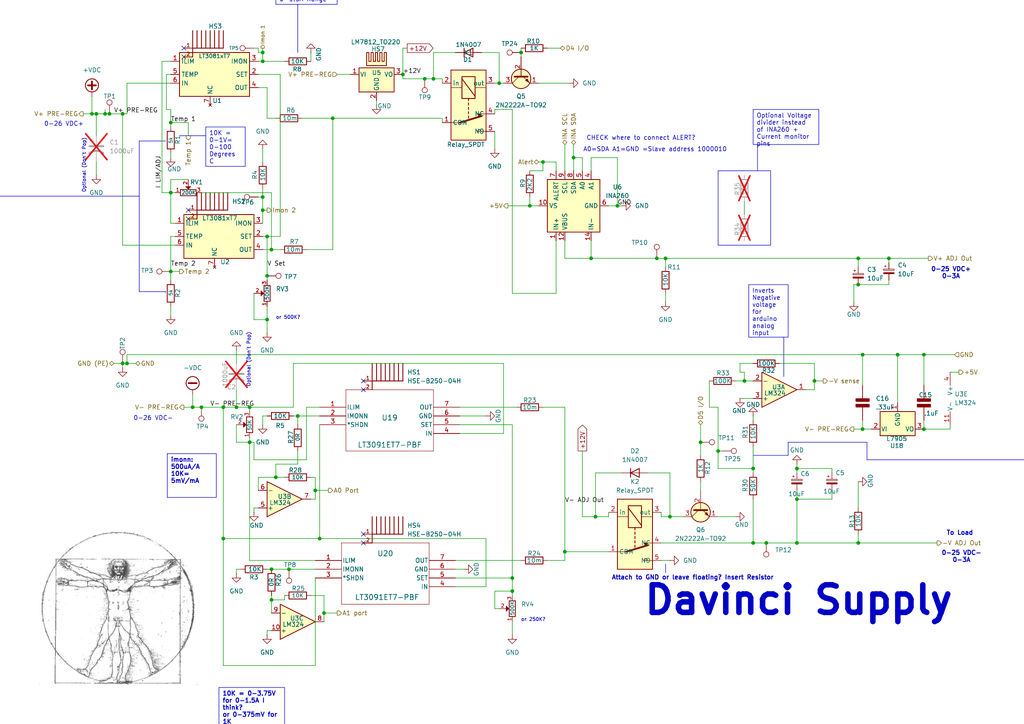
<source format=kicad_sch>
(kicad_sch (version 20250114) (generator "eeschema") (generator_version "9.0")
  (paper "A4")
  (title_block (title "Davinci Demon Supply") (date "2025-08-24") (rev "B") (company "Quantum Designs"))
  (lib_symbols
    (symbol "Amplifier_Operational:LM324" (pin_names (offset 0.127))
      (property "Reference" "U" (at 0 5.08 0))
      (property "Value" "LM324" (at 0 -5.08 0))
      (symbol "LM324_1_1"
        (pin input line (at -7.62 2.54 0) (length 2.54) (name "+") (number "3"))
        (pin input line (at -7.62 -2.54 0) (length 2.54) (name "-") (number "2"))
        (pin output line (at 7.62 0 180) (length 2.54) (name "~") (number "1"))
      )
      (symbol "LM324_2_1"
        (pin input line (at -7.62 2.54 0) (length 2.54) (name "+") (number "5"))
        (pin input line (at -7.62 -2.54 0) (length 2.54) (name "-") (number "6"))
        (pin output line (at 7.62 0 180) (length 2.54) (name "~") (number "7"))
      )
      (symbol "LM324_3_1"
        (pin input line (at -7.62 2.54 0) (length 2.54) (name "+") (number "10"))
        (pin input line (at -7.62 -2.54 0) (length 2.54) (name "-") (number "9"))
        (pin output line (at 7.62 0 180) (length 2.54) (name "~") (number "8"))
      )
      (symbol "LM324_4_1"
        (pin input line (at -7.62 2.54 0) (length 2.54) (name "+") (number "12"))
        (pin input line (at -7.62 -2.54 0) (length 2.54) (name "-") (number "13"))
        (pin output line (at 7.62 0 180) (length 2.54) (name "~") (number "14"))
      )
      (symbol "LM324_5_1"
        (pin power_in line (at -2.54 7.62 270) (length 3.81) (name "V+") (number "4"))
        (pin power_in line (at -2.54 -7.62 90) (length 3.81) (name "V-") (number "11"))
      )
    )
    (symbol "Connector:TestPoint" (pin_numbers (hide yes)) (pin_names (offset 0.762) (hide yes))
      (property "Reference" "TP" (at 0 6.858 0))
      (property "Value" "TestPoint" (at 0 5.08 0))
      (symbol "TestPoint_1_1"
        (pin passive line (at 0 0 90) (length 2.54) (name "1") (number "1"))
      )
    )
    (symbol "Device:C_Polarized_Small" (pin_numbers (hide yes)) (pin_names (offset 0.254) (hide yes))
      (property "Reference" "C" (at 0.254 1.778 0))
      (property "Value" "C_Polarized_Small" (at 0.254 -2.032 0))
      (symbol "C_Polarized_Small_1_1"
        (pin passive line (at 0 2.54 270) (length 1.8542) (name "~") (number "1"))
        (pin passive line (at 0 -2.54 90) (length 1.8542) (name "~") (number "2"))
      )
    )
    (symbol "Device:C_Polarized_US" (pin_numbers (hide yes)) (pin_names (offset 0.254) (hide yes))
      (property "Reference" "C" (at 0.635 2.54 0))
      (property "Value" "C_Polarized_US" (at 0.635 -2.54 0))
      (symbol "C_Polarized_US_1_1"
        (pin passive line (at 0 3.81 270) (length 2.794) (name "~") (number "1"))
        (pin passive line (at 0 -3.81 90) (length 3.302) (name "~") (number "2"))
      )
    )
    (symbol "Device:R" (pin_numbers (hide yes)) (pin_names (offset 0))
      (property "Reference" "R" (at 2.032 0 90))
      (property "Value" "R" (at 0 0 90))
      (symbol "R_1_1"
        (pin passive line (at 0 3.81 270) (length 1.27) (name "~") (number "1"))
        (pin passive line (at 0 -3.81 90) (length 1.27) (name "~") (number "2"))
      )
    )
    (symbol "Diode:1N4007" (pin_numbers (hide yes)) (pin_names (hide yes))
      (property "Reference" "D" (at 0 2.54 0))
      (property "Value" "1N4007" (at 0 -2.54 0))
      (symbol "1N4007_1_1"
        (pin passive line (at -3.81 0 0) (length 2.54) (name "K") (number "1"))
        (pin passive line (at 3.81 0 180) (length 2.54) (name "A") (number "2"))
      )
    )
    (symbol "LT3081xT7_1"
      (property "Reference" "U6" (at 0 21.336 0))
      (property "Value" "LT3081xT7" (at 0.254 19.304 0))
      (symbol "LT3081xT7_1_1_0"
        (pin input line (at -12.7 17.78 0) (length 2.54) (name "ILIM") (number "1"))
        (pin output line (at -12.7 13.97 0) (length 2.54) (name "TEMP") (number "5"))
        (pin output line (at 12.7 17.78 180) (length 2.54) (name "IMON") (number "3"))
        (pin input line (at 12.7 13.97 180) (length 2.54) (name "SET") (number "2"))
        (pin power_out line (at 12.7 10.16 180) (length 2.54) (name "OUT") (number "4"))
      )
      (symbol "LT3081xT7_1_1_1"
        (pin power_in line (at -12.7 11.43 0) (length 2.54) (name "IN") (number "6"))
        (pin no_connect line (at -1.27 5.08 90) (length 2.54) (name "NC") (number "7"))
      )
    )
    (symbol "Mechanical:Heatsink" (pin_names (offset 1.016))
      (property "Reference" "HS" (at 0 5.08 0))
      (property "Value" "Heatsink" (at 0 -1.27 0))
    )
    (symbol "PCM_Elektuur:C" (pin_numbers (hide yes)) (pin_names (offset 0) (hide yes))
      (property "Reference" "C" (at 0.635 3.175 0))
      (property "Value" "C" (at 0.635 -3.175 0))
      (symbol "C_1_1"
        (pin passive line (at 0 5.08 270) (length 3.8862) (name "+") (number "1"))
        (pin passive line (at 0 -5.08 90) (length 3.8862) (name "-") (number "2"))
      )
      (symbol "C_1_2"
        (pin passive line (at 0 5.08 270) (length 3.5814) (name "+") (number "1"))
        (pin passive line (at 0 -5.08 90) (length 3.5814) (name "-") (number "2"))
      )
    )
    (symbol "PCM_SL_Devices:potentiometer_RK163"
      (property "Reference" "RV" (at 0 -2.286 0))
      (property "Value" "potentiometer_RK163" (at 0 -3.81 0))
      (symbol "potentiometer_RK163_1_1"
        (pin passive line (at -3.81 0 0) (length 1.5) (name "~") (number "1"))
        (pin passive line (at 0 3.81 270) (length 2) (name "~") (number "2"))
        (pin passive line (at 3.81 0 180) (length 1.5) (name "~") (number "3"))
      )
    )
    (symbol "PCM_Transistor_BJT_AKL:2N2222A-TO92" (pin_names (hide yes))
      (property "Reference" "Q" (at 5.08 1.27 0))
      (property "Value" "2N2222A-TO92" (at 5.08 -1.27 0))
      (symbol "2N2222A-TO92_1_1"
        (pin passive line (at -5.08 0 0) (length 5.715) (name "B") (number "2"))
        (pin passive line (at 2.54 5.08 270) (length 2.54) (name "C") (number "3"))
        (pin passive line (at 2.54 -5.08 90) (length 2.54) (name "E") (number "1"))
      )
    )
    (symbol "Regulator_Linear:L7905" (pin_names (offset 0.254))
      (property "Reference" "U" (at -3.81 -3.175 0))
      (property "Value" "L7905" (at 0 -3.175 0))
      (symbol "L7905_1_1"
        (pin power_in line (at -7.62 0 0) (length 2.54) (name "VI") (number "2"))
        (pin power_in line (at 0 7.62 270) (length 2.54) (name "GND") (number "1"))
        (pin power_out line (at 7.62 0 180) (length 2.54) (name "VO") (number "3"))
      )
    )
    (symbol "Regulator_Linear:LM7812_TO220" (pin_names (offset 0.254))
      (property "Reference" "U" (at -3.81 3.175 0))
      (property "Value" "LM7812_TO220" (at 0 3.175 0))
      (symbol "LM7812_TO220_1_1"
        (pin power_in line (at -7.62 0 0) (length 2.54) (name "VI") (number "1"))
        (pin power_in line (at 0 -7.62 90) (length 2.54) (name "GND") (number "2"))
        (pin power_out line (at 7.62 0 180) (length 2.54) (name "VO") (number "3"))
      )
    )
    (symbol "Relay_SPDT_1"
      (property "Reference" "K1" (at 11.684 0 90))
      (property "Value" "Relay_SPDT" (at -9.144 0.508 90))
      (symbol "Relay_SPDT_1_1_1"
        (pin passive line (at -6.35 7.62 270) (length 2.54) (name "out") (number "3"))
        (pin passive line (at -6.35 -7.62 90) (length 2.54) (name "in") (number "2"))
        (pin passive line (at 2.54 7.62 270) (length 2.54) (name "NC") (number "4"))
        (pin passive line (at 5.08 -7.62 90) (length 2.54) (name "COM") (number "1"))
        (pin passive line (at 7.62 7.62 270) (length 2.54) (name "NO") (number "5"))
      )
    )
    (symbol "SV LIB 2:HSE-B250-04H" (pin_names (offset 1.016))
      (property "Reference" "HS" (at -5.08 5.842 0))
      (property "Value" "HSE-B250-04H" (at -5.08 -5.08 0))
      (symbol "HSE-B250-04H_0_0"
        (pin passive line (at -7.62 0 0) (length 2.54) (name "~") (number "1"))
        (pin passive line (at -7.62 -2.54 0) (length 2.54) (name "~") (number "2"))
      )
    )
    (symbol "SV LIB 2:LT3091ET7-PBF" (pin_names (offset 0.254))
      (property "Reference" "U" (at -0.254 12.192 0))
      (property "Value" "LT3091ET7-PBF" (at 0 10.16 0))
      (symbol "LT3091ET7-PBF_0_1"
        (pin unspecified line (at -20.32 3.81 0) (length 7.62) (name "ILIM") (number "1"))
        (pin output line (at -20.32 1.27 0) (length 7.62) (name "IMONN") (number "2"))
        (pin output line (at -20.32 -1.27 0) (length 7.62) (name "*SHDN") (number "3"))
        (pin output line (at 20.32 3.81 180) (length 7.62) (name "OUT") (number "7"))
        (pin power_out line (at 20.32 1.27 180) (length 7.62) (name "GND") (number "6"))
        (pin input line (at 20.32 -1.27 180) (length 7.62) (name "SET") (number "5"))
        (pin input line (at 20.32 -3.81 180) (length 7.62) (name "IN") (number "4"))
      )
    )
    (symbol "SV Library:LT3081xT7"
      (property "Reference" "U6" (at 0 25.4 0))
      (property "Value" "LT3081xT7" (at 0 22.86 0))
      (symbol "LT3081xT7_1_0"
        (pin input line (at -12.7 17.78 0) (length 2.54) (name "ILIM") (number "1"))
        (pin input line (at -12.7 13.97 0) (length 2.54) (name "TEMP") (number "5"))
        (pin output line (at 12.7 17.78 180) (length 2.54) (name "IMON") (number "3"))
        (pin input line (at 12.7 13.97 180) (length 2.54) (name "SET") (number "2"))
        (pin power_out line (at 12.7 10.16 180) (length 2.54) (name "OUT") (number "4"))
      )
      (symbol "LT3081xT7_1_1"
        (pin power_in line (at -12.7 11.43 0) (length 2.54) (name "IN") (number "6"))
        (pin no_connect line (at -1.27 5.08 90) (length 2.54) (name "NC") (number "7"))
      )
    )
    (symbol "Sensor:INA260"
      (property "Reference" "U" (at -6.35 8.89 0))
      (property "Value" "INA260" (at 2.54 8.89 0))
      (symbol "INA260_1_1"
        (pin passive line (at -10.16 5.08 0) (length 2.54) (name "IN+") (number "1"))
        (pin passive line (at -10.16 5.08 0) (length 2.54) (hide yes) (name "IN+") (number "2"))
        (pin passive line (at -10.16 5.08 0) (length 2.54) (hide yes) (name "IN+") (number "3"))
        (pin passive line (at -10.16 2.54 0) (length 2.54) (name "VBUS") (number "12"))
        (pin passive line (at -10.16 -5.08 0) (length 2.54) (name "IN-") (number "14"))
        (pin passive line (at -10.16 -5.08 0) (length 2.54) (hide yes) (name "IN-") (number "15"))
        (pin passive line (at -10.16 -5.08 0) (length 2.54) (hide yes) (name "IN-") (number "16"))
        (pin power_in line (at 0 10.16 270) (length 2.54) (name "VS") (number "10"))
        (pin passive line (at 0 -10.16 90) (length 2.54) (hide yes) (name "GND") (number "11"))
        (pin power_in line (at 0 -10.16 90) (length 2.54) (name "GND") (number "6"))
        (pin no_connect line (at 2.54 -7.62 90) (length 2.54) (hide yes) (name "NC") (number "13"))
        (pin open_collector line (at 10.16 5.08 180) (length 2.54) (name "ALERT") (number "7"))
        (pin input line (at 10.16 2.54 180) (length 2.54) (name "SCL") (number "9"))
        (pin bidirectional line (at 10.16 0 180) (length 2.54) (name "SDA") (number "8"))
        (pin input line (at 10.16 -2.54 180) (length 2.54) (name "A0") (number "5"))
        (pin input line (at 10.16 -5.08 180) (length 2.54) (name "A1") (number "4"))
      )
    )
    (symbol "power:+VDC" (power) (pin_numbers (hide yes)) (pin_names (offset 0) (hide yes))
      (property "Value" "+VDC" (at 0 7.62 0))
      (symbol "+VDC_1_1"
        (pin output line (at 0 0 90) (length 0) (name "~") (number "1"))
      )
    )
    (symbol "power:-VDC" (power) (pin_numbers (hide yes)) (pin_names (offset 0) (hide yes))
      (property "Value" "-VDC" (at 0 7.62 0))
      (symbol "-VDC_1_1"
        (pin power_out line (at 0 0 90) (length 0) (name "~") (number "1"))
      )
    )
    (symbol "power:GND" (power) (pin_numbers (hide yes)) (pin_names (offset 0) (hide yes))
      (property "Value" "GND" (at 0 -3.81 0))
      (symbol "GND_1_1"
        (pin power_in line (at 0 0 270) (length 0) (name "~") (number "1"))
      )
    )
  )
  (rectangle (start 208.28 49.53) (end 223.52 71.12))
  (text "Optional (Don't Pop)" (at 24.384 48.006 90) (effects (font (size 1 1))))
  (text "or 500K?" (at 83.566 92.202 0) (effects (font (size 1 1))))
  (text "0-26 VDC-" (at 44.45 121.412 0) (effects (font (size 1.27 1.27))))
  (text "CHECK where to connect ALERT?" (at 185.928 40.132 0) (effects (font (size 1.27 1.27))))
  (text "0-26 VDC+" (at 18.542 36.068 0) (effects (font (size 1.27 1.27))))
  (text "A0=SDA A1=GND =Slave address 1000010" (at 189.992 43.434 0) (effects (font (size 1.27 1.27))))
  (text "or 250K?" (at 154.686 179.832 0) (effects (font (size 1 1))))
  (text "Davinci Supply" (at 231.648 174.244 0) (effects (font (size 8 8) (thickness 1.6) (bold yes))))
  (text "0-25 VDC-\n0-3A" (at 278.892 161.544 0) (effects (font (size 1.27 1.27) (thickness 0.254) (bold yes))))
  (text "To Load" (at 278.384 154.686 0) (effects (font (size 1.27 1.27) (thickness 0.254) (bold yes))))
  (text "Attach to GND or leave floating? Insert Resistor\n" (at 200.914 167.64 0) (effects (font (size 1.27 1.27) (thickness 0.254) (bold yes))))
  (text "0-25 VDC+\n0-3A" (at 275.844 79.248 0) (effects (font (size 1.27 1.27) (thickness 0.254) (bold yes))))
  (text "Optional (Don't Pop)" (at 72.136 104.394 90) (effects (font (size 1 1))))
  (text_box "Temp: 5k=5mV/1C  22k=22mV/1C\n10K= 10mV/1C" (at -17.272 51.562 0) (size 16.002 11.176) (margins 0.9525 0.9525 0.9525 0.9525) (effects (font (size 1.27 1.27) (thickness 0.254) (bold yes)) (justify left top)))
  (text_box "Imon: 200uA/A\n22kK=4.4mV/mA\n10K=2mV/mA" (at 98.044 -7.874 0) (size 18.796 7.62) (margins 0.9525 0.9525 0.9525 0.9525) (effects (font (size 1.27 1.27) (thickness 0.254) (bold yes)) (justify left top)))
  (text_box "R30 & R31 = 1/5 VOltage divder so 0-25V= 0-5V for Analog input" (at 297.18 128.27 0) (size 21.59 10.16) (margins 0.9525 0.9525 0.9525 0.9525) (effects (font (size 1.27 1.27) (thickness 0.254) (bold yes)) (justify left top)))
  (text_box "imonn: 500uA/A\n10K= 5mV/mA" (at 48.514 131.572 0) (size 14.224 12.7) (margins 0.9525 0.9525 0.9525 0.9525) (effects (font (size 1.27 1.27) (thickness 0.254) (bold yes)) (justify left top)))
  (text_box "10K= 0-3V Range for 0-1.5A 1k =0-300mV for 0-1.5A Range" (at 80.01 -10.16 0) (size 17.78 11.43) (margins 0.9525 0.9525 0.9525 0.9525) (effects (font (size 1.27 1.27)) (justify left top)))
  (text_box "10K = 0-1V= 0-100 Degrees C" (at 59.69 36.83 0) (size 11.43 11.43) (margins 0.9525 0.9525 0.9525 0.9525) (effects (font (size 1.27 1.27)) (justify left top)))
  (text_box "Inverts Negative voltage for arduino analog input" (at 217.17 82.55 0) (size 11.43 15.24) (margins 0.9525 0.9525 0.9525 0.9525) (effects (font (size 1.27 1.27)) (justify left top)))
  (text_box "10K = 0-3.75V for 0-1.5A I think?\nor 0-375mV for 1K" (at 63.5 199.39 0) (size 19.05 12.7) (margins 0.9525 0.9525 0.9525 0.9525) (effects (font (size 1.27 1.27) (thickness 0.254) (bold yes)) (justify left top)))
  (text_box "Optional Voltage divider instead of INA260 + Current monitor pins" (at 218.44 31.75 0) (size 19.05 10.16) (margins 0.9525 0.9525 0.9525 0.9525) (effects (font (size 1.27 1.27)) (justify left top)))
  (junction (at 96.52 34.29))
  (junction (at 215.9 110.49))
  (junction (at 92.71 156.21))
  (junction (at 31.75 33.02))
  (junction (at 218.44 157.48))
  (junction (at 76.2 60.96))
  (junction (at 203.2 128.27))
  (junction (at 77.47 92.71))
  (junction (at 248.92 82.55))
  (junction (at 257.81 74.93))
  (junction (at 148.59 171.45))
  (junction (at 194.31 149.86))
  (junction (at 153.67 59.69))
  (junction (at 144.78 24.13))
  (junction (at 231.14 144.78))
  (junction (at 123.19 22.86))
  (junction (at 193.04 74.93))
  (junction (at 78.74 72.39))
  (junction (at 78.74 165.1))
  (junction (at 49.53 55.88))
  (junction (at 125.73 22.86))
  (junction (at 163.83 160.02))
  (junction (at 64.77 118.11))
  (junction (at 248.92 74.93))
  (junction (at 77.47 80.01))
  (junction (at 250.19 124.46))
  (junction (at 148.59 167.64))
  (junction (at 267.97 102.87))
  (junction (at 72.39 118.11))
  (junction (at 190.5 74.93))
  (junction (at 49.53 35.56))
  (junction (at 248.92 157.48))
  (junction (at 27.94 33.02))
  (junction (at 30.48 33.02))
  (junction (at 166.37 45.72))
  (junction (at 80.01 138.43))
  (junction (at 250.19 102.87))
  (junction (at 49.53 78.74))
  (junction (at 222.25 157.48))
  (junction (at 218.44 135.89))
  (junction (at 76.2 17.78))
  (junction (at 116.84 21.59))
  (junction (at 64.77 156.21))
  (junction (at 171.45 74.93))
  (junction (at 157.48 46.99))
  (junction (at 76.2 57.15))
  (junction (at 208.28 130.81))
  (junction (at 260.35 102.87))
  (junction (at 179.07 59.69))
  (junction (at 236.22 110.49))
  (junction (at 151.13 15.24))
  (junction (at 91.44 142.24))
  (junction (at 68.58 118.11))
  (junction (at 35.56 33.02))
  (junction (at 35.56 105.41))
  (junction (at 267.97 124.46))
  (junction (at 83.82 165.1))
  (junction (at 78.74 173.99))
  (junction (at 93.98 177.8))
  (junction (at 231.14 135.89))
  (junction (at 72.39 128.27))
  (junction (at 231.14 157.48))
  (junction (at 36.83 105.41))
  (junction (at 58.42 118.11))
  (junction (at 55.88 118.11))
  (junction (at 76.2 15.24))
  (junction (at 77.47 68.58))
  (junction (at 26.67 33.02))
  (junction (at 172.72 149.86))
  (junction (at 86.36 120.65))
  (no_connect (at 105.41 157.48))
  (no_connect (at 54.61 60.96))
  (no_connect (at 54.61 63.5))
  (no_connect (at 105.41 113.03))
  (no_connect (at 53.34 16.51))
  (no_connect (at 105.41 110.49))
  (no_connect (at 53.34 13.97))
  (no_connect (at 105.41 154.94))
  (wire (pts (xy 77.47 182.88) (xy 78.74 182.88)))
  (wire (pts (xy 269.24 74.93) (xy 257.81 74.93)))
  (wire (pts (xy 214.63 105.41) (xy 214.63 107.95)))
  (polyline (pts (xy 86.36 1.27) (xy 86.36 15.24)))
  (wire (pts (xy 151.13 13.97) (xy 151.13 15.24)))
  (wire (pts (xy 74.93 57.15) (xy 76.2 57.15)))
  (wire (pts (xy 275.59 124.46) (xy 267.97 124.46)))
  (wire (pts (xy 72.39 127) (xy 72.39 128.27)))
  (wire (pts (xy 92.71 123.19) (xy 92.71 156.21)))
  (wire (pts (xy 46.99 55.88) (xy 49.53 55.88)))
  (wire (pts (xy 191.77 148.59) (xy 191.77 149.86)))
  (wire (pts (xy 77.47 80.01) (xy 77.47 81.28)))
  (wire (pts (xy 92.71 156.21) (xy 64.77 156.21)))
  (wire (pts (xy 218.44 129.54) (xy 218.44 135.89)))
  (wire (pts (xy 144.78 15.24) (xy 144.78 24.13)))
  (wire (pts (xy 267.97 102.87) (xy 267.97 111.76)))
  (wire (pts (xy 179.07 59.69) (xy 180.34 59.69)))
  (wire (pts (xy 74.93 138.43) (xy 74.93 142.24)))
  (wire (pts (xy 73.66 147.32) (xy 74.93 147.32)))
  (wire (pts (xy 49.53 64.77) (xy 50.8 64.77)))
  (wire (pts (xy 46.99 17.78) (xy 49.53 17.78)))
  (wire (pts (xy 35.56 71.12) (xy 35.56 33.02)))
  (wire (pts (xy 231.14 142.24) (xy 231.14 144.78)))
  (wire (pts (xy 257.81 82.55) (xy 248.92 82.55)))
  (wire (pts (xy 53.34 118.11) (xy 55.88 118.11)))
  (wire (pts (xy 203.2 128.27) (xy 203.2 132.08)))
  (wire (pts (xy 176.53 59.69) (xy 179.07 59.69)))
  (wire (pts (xy 250.19 124.46) (xy 252.73 124.46)))
  (polyline (pts (xy 52.07 39.37) (xy 59.69 39.37)))
  (wire (pts (xy 213.36 110.49) (xy 215.9 110.49)))
  (wire (pts (xy 91.44 144.78) (xy 91.44 142.24)))
  (wire (pts (xy 176.53 160.02) (xy 163.83 160.02)))
  (wire (pts (xy 72.39 162.56) (xy 72.39 128.27)))
  (wire (pts (xy 257.81 74.93) (xy 257.81 76.2)))
  (wire (pts (xy 231.14 135.89) (xy 241.3 135.89)))
  (wire (pts (xy 179.07 45.72) (xy 179.07 59.69)))
  (wire (pts (xy 64.77 156.21) (xy 64.77 193.04)))
  (wire (pts (xy 80.01 138.43) (xy 74.93 138.43)))
  (polyline (pts (xy 219.71 41.91) (xy 219.71 49.53)))
  (wire (pts (xy 86.36 130.81) (xy 86.36 134.62)))
  (wire (pts (xy 26.67 27.94) (xy 26.67 33.02)))
  (wire (pts (xy 241.3 142.24) (xy 241.3 144.78)))
  (wire (pts (xy 76.2 120.65) (xy 76.2 123.19)))
  (wire (pts (xy 50.8 71.12) (xy 35.56 71.12)))
  (wire (pts (xy 35.56 105.41) (xy 36.83 105.41)))
  (wire (pts (xy 166.37 45.72) (xy 168.91 45.72)))
  (wire (pts (xy 92.71 118.11) (xy 88.9 118.11)))
  (wire (pts (xy 50.8 68.58) (xy 49.53 68.58)))
  (wire (pts (xy 86.36 120.65) (xy 86.36 123.19)))
  (wire (pts (xy 208.28 149.86) (xy 213.36 149.86)))
  (wire (pts (xy 191.77 157.48) (xy 218.44 157.48)))
  (wire (pts (xy 143.51 38.1) (xy 143.51 43.18)))
  (polyline (pts (xy 251.46 133.35) (xy 297.18 133.35)))
  (wire (pts (xy 248.92 82.55) (xy 247.65 82.55)))
  (wire (pts (xy 36.83 105.41) (xy 39.37 105.41)))
  (wire (pts (xy 231.14 134.62) (xy 231.14 135.89)))
  (wire (pts (xy 49.53 35.56) (xy 49.53 36.83)))
  (wire (pts (xy 64.77 118.11) (xy 68.58 118.11)))
  (wire (pts (xy 146.05 105.41) (xy 146.05 125.73)))
  (wire (pts (xy 82.55 172.72) (xy 82.55 173.99)))
  (polyline (pts (xy 228.6 128.27) (xy 251.46 128.27)))
  (wire (pts (xy 236.22 113.03) (xy 236.22 110.49)))
  (wire (pts (xy 194.31 137.16) (xy 194.31 149.86)))
  (wire (pts (xy 77.47 88.9) (xy 77.47 92.71)))
  (polyline (pts (xy 48.006 84.582) (xy 48.006 84.836)))
  (wire (pts (xy 203.2 139.7) (xy 203.2 142.24)))
  (wire (pts (xy 73.66 148.59) (xy 73.66 147.32)))
  (wire (pts (xy 260.35 102.87) (xy 267.97 102.87)))
  (wire (pts (xy 72.39 118.11) (xy 72.39 119.38)))
  (wire (pts (xy 193.04 74.93) (xy 190.5 74.93)))
  (wire (pts (xy 233.68 113.03) (xy 236.22 113.03)))
  (wire (pts (xy 76.2 57.15) (xy 76.2 60.96)))
  (wire (pts (xy 77.47 165.1) (xy 78.74 165.1)))
  (wire (pts (xy 157.48 118.11) (xy 163.83 118.11)))
  (wire (pts (xy 85.09 118.11) (xy 85.09 105.41)))
  (wire (pts (xy 88.9 72.39) (xy 96.52 72.39)))
  (wire (pts (xy 250.19 121.92) (xy 250.19 124.46)))
  (wire (pts (xy 76.2 17.78) (xy 82.55 17.78)))
  (wire (pts (xy 49.53 55.88) (xy 49.53 64.77)))
  (polyline (pts (xy 40.386 56.896) (xy 40.386 84.582)))
  (wire (pts (xy 49.53 78.74) (xy 52.07 78.74)))
  (wire (pts (xy 218.44 144.78) (xy 218.44 157.48)))
  (wire (pts (xy 176.53 148.59) (xy 176.53 149.86)))
  (wire (pts (xy 205.74 110.49) (xy 205.74 118.11)))
  (wire (pts (xy 158.75 162.56) (xy 163.83 162.56)))
  (wire (pts (xy 78.74 172.72) (xy 78.74 173.99)))
  (wire (pts (xy 86.36 134.62) (xy 80.01 134.62)))
  (wire (pts (xy 76.2 15.24) (xy 76.2 17.78)))
  (wire (pts (xy 146.05 125.73) (xy 133.35 125.73)))
  (wire (pts (xy 81.28 21.59) (xy 81.28 68.58)))
  (wire (pts (xy 93.98 177.8) (xy 93.98 180.34)))
  (wire (pts (xy 132.08 15.24) (xy 125.73 15.24)))
  (wire (pts (xy 123.19 22.86) (xy 125.73 22.86)))
  (wire (pts (xy 91.44 142.24) (xy 95.25 142.24)))
  (wire (pts (xy 163.83 74.93) (xy 171.45 74.93)))
  (wire (pts (xy 153.67 59.69) (xy 156.21 59.69)))
  (wire (pts (xy 54.61 39.37) (xy 54.61 35.56)))
  (wire (pts (xy 241.3 144.78) (xy 231.14 144.78)))
  (wire (pts (xy 35.56 105.41) (xy 33.02 105.41)))
  (wire (pts (xy 76.2 60.96) (xy 77.47 60.96)))
  (wire (pts (xy 218.44 157.48) (xy 222.25 157.48)))
  (wire (pts (xy 76.2 72.39) (xy 78.74 72.39)))
  (wire (pts (xy 193.04 85.09) (xy 193.04 87.63)))
  (wire (pts (xy 36.83 24.13) (xy 36.83 33.02)))
  (wire (pts (xy 68.58 128.27) (xy 72.39 128.27)))
  (wire (pts (xy 77.47 25.4) (xy 77.47 34.29)))
  (wire (pts (xy 248.92 74.93) (xy 193.04 74.93)))
  (wire (pts (xy 208.28 130.81) (xy 209.55 130.81)))
  (wire (pts (xy 257.81 74.93) (xy 248.92 74.93)))
  (wire (pts (xy 144.78 24.13) (xy 146.05 24.13)))
  (wire (pts (xy 158.75 13.97) (xy 162.56 13.97)))
  (wire (pts (xy 73.66 128.27) (xy 72.39 128.27)))
  (wire (pts (xy 231.14 135.89) (xy 231.14 137.16)))
  (wire (pts (xy 82.55 138.43) (xy 80.01 138.43)))
  (wire (pts (xy 68.58 118.11) (xy 72.39 118.11)))
  (wire (pts (xy 161.29 49.53) (xy 161.29 46.99)))
  (wire (pts (xy 78.74 173.99) (xy 82.55 173.99)))
  (wire (pts (xy 64.77 118.11) (xy 64.77 156.21)))
  (wire (pts (xy 76.2 60.96) (xy 76.2 64.77)))
  (wire (pts (xy 236.22 105.41) (xy 226.06 105.41)))
  (wire (pts (xy 36.83 102.87) (xy 36.83 105.41)))
  (wire (pts (xy 91.44 142.24) (xy 91.44 138.43)))
  (wire (pts (xy 157.48 49.53) (xy 157.48 46.99)))
  (wire (pts (xy 172.72 149.86) (xy 176.53 149.86)))
  (polyline (pts (xy 40.386 56.896) (xy 40.386 40.894)))
  (wire (pts (xy 30.48 31.75) (xy 30.48 33.02)))
  (wire (pts (xy 55.88 114.3) (xy 55.88 118.11)))
  (wire (pts (xy 236.22 110.49) (xy 236.22 105.41)))
  (wire (pts (xy 248.92 74.93) (xy 248.92 77.47)))
  (wire (pts (xy 68.58 165.1) (xy 69.85 165.1)))
  (wire (pts (xy 157.48 46.99) (xy 156.21 46.99)))
  (wire (pts (xy 205.74 118.11) (xy 208.28 118.11)))
  (wire (pts (xy 49.53 31.75) (xy 49.53 35.56)))
  (wire (pts (xy 73.66 85.09) (xy 73.66 92.71)))
  (wire (pts (xy 72.39 118.11) (xy 85.09 118.11)))
  (wire (pts (xy 125.73 22.86) (xy 128.27 22.86)))
  (wire (pts (xy 118.11 13.97) (xy 116.84 13.97)))
  (wire (pts (xy 247.65 82.55) (xy 247.65 87.63)))
  (wire (pts (xy 116.84 21.59) (xy 116.84 22.86)))
  (wire (pts (xy 96.52 34.29) (xy 128.27 34.29)))
  (wire (pts (xy 128.27 22.86) (xy 128.27 24.13)))
  (wire (pts (xy 68.58 101.6) (xy 68.58 105.41)))
  (wire (pts (xy 143.51 24.13) (xy 144.78 24.13)))
  (wire (pts (xy 171.45 74.93) (xy 171.45 69.85)))
  (wire (pts (xy 78.74 165.1) (xy 83.82 165.1)))
  (wire (pts (xy 31.75 33.02) (xy 35.56 33.02)))
  (wire (pts (xy 172.72 137.16) (xy 172.72 149.86)))
  (wire (pts (xy 143.51 171.45) (xy 148.59 171.45)))
  (wire (pts (xy 77.47 92.71) (xy 77.47 96.52)))
  (wire (pts (xy 218.44 105.41) (xy 214.63 105.41)))
  (wire (pts (xy 278.13 107.95) (xy 275.59 107.95)))
  (wire (pts (xy 78.74 173.99) (xy 78.74 177.8)))
  (wire (pts (xy 163.83 41.91) (xy 163.83 49.53)))
  (wire (pts (xy 148.59 167.64) (xy 132.08 167.64)))
  (wire (pts (xy 267.97 121.92) (xy 267.97 124.46)))
  (wire (pts (xy 30.48 33.02) (xy 31.75 33.02)))
  (wire (pts (xy 187.96 137.16) (xy 194.31 137.16)))
  (wire (pts (xy 35.56 106.68) (xy 35.56 105.41)))
  (wire (pts (xy 214.63 107.95) (xy 215.9 107.95)))
  (wire (pts (xy 86.36 120.65) (xy 92.71 120.65)))
  (wire (pts (xy 248.92 139.7) (xy 248.92 147.32)))
  (wire (pts (xy 74.93 13.97) (xy 74.93 15.24)))
  (wire (pts (xy 153.67 49.53) (xy 157.48 49.53)))
  (wire (pts (xy 168.91 49.53) (xy 168.91 45.72)))
  (wire (pts (xy 76.2 43.18) (xy 76.2 46.99)))
  (wire (pts (xy 143.51 31.75) (xy 143.51 33.02)))
  (wire (pts (xy 156.21 24.13) (xy 165.1 24.13)))
  (wire (pts (xy 54.61 52.07) (xy 49.53 52.07)))
  (wire (pts (xy 218.44 135.89) (xy 218.44 137.16)))
  (wire (pts (xy 203.2 123.19) (xy 203.2 128.27)))
  (wire (pts (xy 74.93 25.4) (xy 77.47 25.4)))
  (polyline (pts (xy 40.386 40.894) (xy 48.006 40.894)))
  (wire (pts (xy 180.34 137.16) (xy 172.72 137.16)))
  (wire (pts (xy 190.5 74.93) (xy 171.45 74.93)))
  (wire (pts (xy 96.52 72.39) (xy 96.52 34.29)))
  (wire (pts (xy 215.9 107.95) (xy 215.9 110.49)))
  (wire (pts (xy 24.13 33.02) (xy 26.67 33.02)))
  (wire (pts (xy 116.84 22.86) (xy 123.19 22.86)))
  (wire (pts (xy 49.53 55.88) (xy 50.8 55.88)))
  (wire (pts (xy 247.65 124.46) (xy 250.19 124.46)))
  (wire (pts (xy 116.84 13.97) (xy 116.84 21.59)))
  (wire (pts (xy 78.74 55.88) (xy 78.74 72.39)))
  (wire (pts (xy 153.67 57.15) (xy 153.67 59.69)))
  (wire (pts (xy 49.53 68.58) (xy 49.53 78.74)))
  (wire (pts (xy 267.97 102.87) (xy 276.86 102.87)))
  (wire (pts (xy 241.3 137.16) (xy 241.3 135.89)))
  (wire (pts (xy 171.45 45.72) (xy 171.45 49.53)))
  (wire (pts (xy 168.91 149.86) (xy 172.72 149.86)))
  (wire (pts (xy 275.59 123.19) (xy 275.59 124.46)))
  (wire (pts (xy 133.35 123.19) (xy 148.59 123.19)))
  (wire (pts (xy 214.63 115.57) (xy 218.44 115.57)))
  (wire (pts (xy 193.04 74.93) (xy 193.04 77.47)))
  (wire (pts (xy 93.98 172.72) (xy 93.98 177.8)))
  (wire (pts (xy 140.97 170.18) (xy 140.97 156.21)))
  (wire (pts (xy 133.35 120.65) (xy 140.97 120.65)))
  (wire (pts (xy 163.83 160.02) (xy 163.83 162.56)))
  (wire (pts (xy 91.44 162.56) (xy 72.39 162.56)))
  (wire (pts (xy 148.59 171.45) (xy 148.59 172.72)))
  (wire (pts (xy 231.14 157.48) (xy 248.92 157.48)))
  (wire (pts (xy 73.66 92.71) (xy 77.47 92.71)))
  (wire (pts (xy 46.99 17.78) (xy 46.99 55.88)))
  (wire (pts (xy 76.2 13.97) (xy 76.2 15.24)))
  (wire (pts (xy 161.29 69.85) (xy 161.29 85.09)))
  (wire (pts (xy 161.29 85.09) (xy 148.59 85.09)))
  (wire (pts (xy 97.79 21.59) (xy 101.6 21.59)))
  (polyline (pts (xy 228.6 132.08) (xy 228.6 128.27)))
  (wire (pts (xy 83.82 165.1) (xy 91.44 165.1)))
  (wire (pts (xy 132.08 162.56) (xy 151.13 162.56)))
  (wire (pts (xy 139.7 15.24) (xy 144.78 15.24)))
  (wire (pts (xy 147.32 59.69) (xy 153.67 59.69)))
  (wire (pts (xy 68.58 113.03) (xy 68.58 118.11)))
  (wire (pts (xy 250.19 102.87) (xy 250.19 111.76)))
  (polyline (pts (xy 218.44 132.08) (xy 228.6 132.08)))
  (wire (pts (xy 74.93 17.78) (xy 76.2 17.78)))
  (wire (pts (xy 85.09 105.41) (xy 146.05 105.41)))
  (wire (pts (xy 91.44 167.64) (xy 91.44 193.04)))
  (wire (pts (xy 90.17 172.72) (xy 93.98 172.72)))
  (wire (pts (xy 194.31 149.86) (xy 198.12 149.86)))
  (wire (pts (xy 236.22 110.49) (xy 238.76 110.49)))
  (polyline (pts (xy -1.016 56.896) (xy 40.386 56.896)))
  (wire (pts (xy 55.88 118.11) (xy 58.42 118.11)))
  (wire (pts (xy 49.53 44.45) (xy 49.53 45.72)))
  (polyline (pts (xy 40.386 84.582) (xy 48.006 84.582)))
  (wire (pts (xy 166.37 45.72) (xy 166.37 49.53)))
  (wire (pts (xy 88.9 133.35) (xy 73.66 133.35)))
  (wire (pts (xy 128.27 34.29) (xy 128.27 35.56)))
  (wire (pts (xy 93.98 177.8) (xy 97.79 177.8)))
  (wire (pts (xy 77.47 184.15) (xy 77.47 182.88)))
  (wire (pts (xy 163.83 69.85) (xy 163.83 74.93)))
  (wire (pts (xy 163.83 118.11) (xy 163.83 160.02)))
  (wire (pts (xy 208.28 130.81) (xy 208.28 135.89)))
  (wire (pts (xy 77.47 68.58) (xy 77.47 80.01)))
  (wire (pts (xy 148.59 180.34) (xy 148.59 184.15)))
  (wire (pts (xy 87.63 34.29) (xy 96.52 34.29)))
  (polyline (pts (xy 251.46 128.27) (xy 251.46 133.35)))
  (wire (pts (xy 35.56 33.02) (xy 36.83 33.02)))
  (wire (pts (xy 143.51 176.53) (xy 143.51 171.45)))
  (wire (pts (xy 76.2 120.65) (xy 77.47 120.65)))
  (wire (pts (xy 27.94 33.02) (xy 27.94 39.37)))
  (polyline (pts (xy 193.04 163.576) (xy 193.04 166.116)))
  (wire (pts (xy 250.19 102.87) (xy 260.35 102.87)))
  (wire (pts (xy 26.67 33.02) (xy 27.94 33.02)))
  (wire (pts (xy 78.74 72.39) (xy 81.28 72.39)))
  (wire (pts (xy 58.42 118.11) (xy 64.77 118.11)))
  (wire (pts (xy 58.42 55.88) (xy 78.74 55.88)))
  (wire (pts (xy 49.53 21.59) (xy 48.26 21.59)))
  (wire (pts (xy 208.28 135.89) (xy 218.44 135.89)))
  (wire (pts (xy 68.58 123.19) (xy 68.58 128.27)))
  (wire (pts (xy 90.17 15.24) (xy 90.17 17.78)))
  (wire (pts (xy 248.92 157.48) (xy 271.78 157.48)))
  (wire (pts (xy 36.83 102.87) (xy 250.19 102.87)))
  (wire (pts (xy 125.73 15.24) (xy 125.73 22.86)))
  (wire (pts (xy 91.44 193.04) (xy 64.77 193.04)))
  (wire (pts (xy 73.66 133.35) (xy 73.66 128.27)))
  (wire (pts (xy 132.08 165.1) (xy 134.62 165.1)))
  (wire (pts (xy 132.08 170.18) (xy 140.97 170.18)))
  (wire (pts (xy 144.78 176.53) (xy 143.51 176.53)))
  (wire (pts (xy 208.28 118.11) (xy 208.28 130.81)))
  (wire (pts (xy 257.81 81.28) (xy 257.81 82.55)))
  (wire (pts (xy 74.93 15.24) (xy 76.2 15.24)))
  (wire (pts (xy 191.77 149.86) (xy 194.31 149.86)))
  (wire (pts (xy 151.13 15.24) (xy 151.13 16.51)))
  (wire (pts (xy 248.92 154.94) (xy 248.92 157.48)))
  (wire (pts (xy 49.53 52.07) (xy 49.53 55.88)))
  (wire (pts (xy 215.9 62.23) (xy 215.9 58.42)))
  (wire (pts (xy 27.94 46.99) (xy 27.94 50.8)))
  (wire (pts (xy 77.47 34.29) (xy 80.01 34.29)))
  (wire (pts (xy 168.91 130.81) (xy 168.91 149.86)))
  (wire (pts (xy 166.37 41.91) (xy 166.37 45.72)))
  (wire (pts (xy 77.47 68.58) (xy 81.28 68.58)))
  (wire (pts (xy 76.2 54.61) (xy 76.2 57.15)))
  (polyline (pts (xy 227.33 97.79) (xy 227.33 109.22)))
  (wire (pts (xy 222.25 157.48) (xy 231.14 157.48)))
  (wire (pts (xy 92.71 156.21) (xy 140.97 156.21)))
  (wire (pts (xy 85.09 120.65) (xy 86.36 120.65)))
  (wire (pts (xy 161.29 46.99) (xy 157.48 46.99)))
  (wire (pts (xy 49.53 78.74) (xy 49.53 81.28)))
  (wire (pts (xy 76.2 68.58) (xy 77.47 68.58)))
  (wire (pts (xy 215.9 110.49) (xy 218.44 110.49)))
  (wire (pts (xy 80.01 134.62) (xy 80.01 138.43)))
  (wire (pts (xy 36.83 24.13) (xy 49.53 24.13)))
  (wire (pts (xy 171.45 45.72) (xy 179.07 45.72)))
  (wire (pts (xy 27.94 33.02) (xy 30.48 33.02)))
  (wire (pts (xy 148.59 31.75) (xy 148.59 85.09)))
  (wire (pts (xy 74.93 21.59) (xy 81.28 21.59)))
  (wire (pts (xy 231.14 144.78) (xy 231.14 157.48)))
  (wire (pts (xy 109.22 29.21) (xy 109.22 30.48)))
  (wire (pts (xy 54.61 35.56) (xy 49.53 35.56)))
  (wire (pts (xy 191.77 162.56) (xy 194.31 162.56)))
  (wire (pts (xy 133.35 118.11) (xy 149.86 118.11)))
  (wire (pts (xy 48.26 31.75) (xy 49.53 31.75)))
  (wire (pts (xy 68.58 165.1) (xy 68.58 166.37)))
  (wire (pts (xy 49.53 88.9) (xy 49.53 91.44)))
  (wire (pts (xy 88.9 118.11) (xy 88.9 133.35)))
  (wire (pts (xy 73.66 13.97) (xy 74.93 13.97)))
  (wire (pts (xy 91.44 138.43) (xy 90.17 138.43)))
  (wire (pts (xy 143.51 31.75) (xy 148.59 31.75)))
  (wire (pts (xy 260.35 102.87) (xy 260.35 116.84)))
  (wire (pts (xy 218.44 120.65) (xy 218.44 121.92)))
  (wire (pts (xy 148.59 123.19) (xy 148.59 167.64)))
  (wire (pts (xy 90.17 144.78) (xy 91.44 144.78)))
  (wire (pts (xy 148.59 167.64) (xy 148.59 171.45)))
  (wire (pts (xy 48.26 21.59) (xy 48.26 31.75)))
  (image (at 34.29 176.53) (scale 0.484872))
  (label "V- ADJ Out" (at 163.83 146.05 0))
  (label "GND" (at 179.07 59.69 0))
  (label "V Set" (at 77.47 77.47 0))
  (label "Temp 1" (at 49.53 35.56 0))
  (label "V- PRE-REG" (at 60.96 118.11 0))
  (label "+12V " (at 116.84 21.59 0))
  (label "Temp 2" (at 49.53 77.47 0))
  (label "I LIM{slash}ADJ" (at 46.99 54.61 90))
  (label "V+ PRE-REG" (at 33.02 33.02 0))
  (global_label "+12V" (shape output) (at 118.11 13.97 0) (property "Intersheetrefs" "${INTERSHEET_REFS}" (effects (hide yes))))
  (global_label "+12V" (shape output) (at 168.91 130.81 90) (property "Intersheetrefs" "${INTERSHEET_REFS}" (effects (hide yes))))
  (hierarchical_label "Imon 1" (shape output) (at 76.2 13.97 90) (effects (font (size 1.016 1.016))))
  (hierarchical_label "V+ PRE-REG" (shape input) (at 97.79 21.59 180))
  (hierarchical_label "-V ADJ Out" (shape output) (at 271.78 157.48 0))
  (hierarchical_label "GND" (shape bidirectional) (at 39.37 105.41 0))
  (hierarchical_label "V+ PRE-REG" (shape output) (at 24.13 33.02 180))
  (hierarchical_label "A0 Port" (shape output) (at 95.25 142.24 0))
  (hierarchical_label "GND" (shape input) (at 276.86 102.87 0))
  (hierarchical_label "Alert" (shape bidirectional) (at 156.21 46.99 180))
  (hierarchical_label "+5V" (shape output) (at 147.32 59.69 180))
  (hierarchical_label "V- PRE-REG" (shape output) (at 53.34 118.11 180))
  (hierarchical_label "INA SDA" (shape bidirectional) (at 166.37 41.91 90))
  (hierarchical_label "V- PRE-REG" (shape output) (at 247.65 124.46 180))
  (hierarchical_label "V+ ADJ Out" (shape output) (at 269.24 74.93 0))
  (hierarchical_label "D5 I{slash}O" (shape bidirectional) (at 203.2 123.19 90))
  (hierarchical_label "+5V" (shape output) (at 278.13 107.95 0))
  (hierarchical_label "Temp 2" (shape output) (at 52.07 78.74 0))
  (hierarchical_label "INA SCL" (shape bidirectional) (at 163.83 41.91 90))
  (hierarchical_label "A1 port " (shape output) (at 97.79 177.8 0))
  (hierarchical_label "-V sense" (shape output) (at 238.76 110.49 0))
  (hierarchical_label "GND (PE)" (shape bidirectional) (at 33.02 105.41 180))
  (hierarchical_label "Imon 2" (shape output) (at 77.47 60.96 0))
  (hierarchical_label "Temp 1" (shape output) (at 54.61 39.37 270))
  (hierarchical_label "D4 I{slash}O" (shape bidirectional) (at 162.56 13.97 0))
  (symbol (lib_id "Connector:TestPoint") (at 83.82 165.1 180) (unit 1)
    (property "Reference" "TP8" (at 82.296 163.83 0) (effects (justify right)))
    (property "Value" "TestPoint" (effects (hide yes)))
    (property "Footprint" "Test Point:KEYSTONE_4952" (effects (hide yes)))
    (property "Description" "test point" (effects (hide yes)))
  )
  (symbol (lib_id "power:GND") (at 218.44 120.65 180) (unit 1)
    (property "Reference" "#PWR045" (effects (hide yes)))
    (property "Value" "GND" (at 218.44 117.348 0))
    (property "Description" "Power symbol creates a global label with name \"GND\" , ground" (effects (hide yes)))
  )
  (symbol (lib_id "Amplifier_Operational:LM324") (at 226.06 113.03 0) (mirror x) (unit 1)
    (property "Reference" "U3" (at 225.806 112.268 0))
    (property "Value" "LM324" (at 224.79 114.046 0))
    (property "Footprint" "PCM_4ms_Package_DIP:DIP-14_W7.62mm" (effects (hide yes)))
    (property "Datasheet" "http://www.ti.com/lit/ds/symlink/lm2902-n.pdf" (effects (hide yes)))
    (property "Description" "Low-Power, Quad-Operational Amplifiers, DIP-14/SOIC-14/SSOP-14" (effects (hide yes)))
  )
  (symbol (lib_id "Device:C_Polarized_Small") (at 241.3 139.7 0) (unit 1)
    (property "Reference" "C5" (at 242.316 137.16 0) (effects (justify left)))
    (property "Value" "10uF" (at 238.76 142.494 0) (effects (justify left)))
    (property "Footprint" "Capacitor_THT:CP_Radial_D5.0mm_P2.00mm" (effects (hide yes)))
    (property "Description" "Polarized capacitor, small symbol" (effects (hide yes)))
  )
  (symbol (lib_id "Regulator_Linear:L7905") (at 260.35 124.46 0) (unit 1)
    (property "Reference" "U18" (at 260.096 129.286 0))
    (property "Value" "L7905" (at 260.096 127.254 0))
    (property "Footprint" "Package_TO_SOT_SMD:SOT-89-3_Handsoldering" (effects (hide yes)))
    (property "Datasheet" "http://www.st.com/content/ccc/resource/technical/document/datasheet/c9/16/86/41/c7/2b/45/f2/CD00000450.pdf/files/CD00000450.pdf/jcr:content/translations/en.CD00000450.pdf" (effects (hide yes)))
    (property "Description" "Negative 1.5A 35V Linear Regulator, Fixed Output -5V, TO-220/TO-263" (effects (hide yes)))
  )
  (symbol (lib_id "Device:R") (at 218.44 125.73 0) (unit 1)
    (property "Reference" "R31" (at 216.154 127.254 90) (effects (justify left)))
    (property "Value" "10K" (at 218.44 127.508 90) (effects (justify left)))
    (property "Footprint" "Resistor_SMD:R_0805_2012Metric_Pad1.20x1.40mm_HandSolder" (effects (hide yes)))
    (property "Description" "Resistor" (effects (hide yes)))
  )
  (symbol (lib_id "Diode:1N4007") (at 184.15 137.16 0) (unit 1)
    (property "Reference" "D2" (at 184.15 130.81 0))
    (property "Value" "1N4007" (at 184.15 133.35 0))
    (property "Footprint" "Diode_THT:D_DO-41_SOD81_P10.16mm_Horizontal" (effects (hide yes)))
    (property "Datasheet" "http://www.vishay.com/docs/88503/1n4001.pdf" (effects (hide yes)))
    (property "Description" "1000V 1A General Purpose Rectifier Diode, DO-41" (effects (hide yes)))
    (property "Sim.Device" "D" (effects (hide yes)))
    (property "Sim.Pins" "1=K 2=A" (effects (hide yes)))
  )
  (symbol (lib_id "Connector:TestPoint") (at 222.25 157.48 180) (unit 1)
    (property "Reference" "TP12" (at 224.79 159.5119 0) (effects (justify right)))
    (property "Value" "TestPoint" (effects (hide yes)))
    (property "Footprint" "Test Point:KEYSTONE_4952" (effects (hide yes)))
    (property "Description" "test point" (effects (hide yes)))
  )
  (symbol (lib_id "SV LIB 2:HSE-B250-04H") (at 113.03 154.94 0) (unit 1)
    (property "Reference" "HS4" (at 118.11 152.3999 0) (effects (justify left)))
    (property "Value" "HSE-B250-04H" (at 118.11 154.9399 0) (effects (justify left)))
    (property "Footprint" "SV LIB:HSINK_HSE-B250-04H" (effects (hide yes)))
    (property "PARTREV" "1.03" (effects (hide yes)))
    (property "STANDARD" "IPC 7351B" (effects (hide yes)))
    (property "MAXIMUM_PACKAGE_HEIGHT" "25mm" (effects (hide yes)))
    (property "MANUFACTURER" "Same Sky" (effects (hide yes)))
  )
  (symbol (lib_name "LT3081xT7_1") (lib_id "SV Library:LT3081xT7") (at 63.5 82.55 0) (unit 1)
    (property "Reference" "U2" (at 65.278 75.946 0))
    (property "Value" "LT3081xT7" (at 63.754 63.246 0))
    (property "Footprint" "Lin Tech:TO220-7_T_LIT" (effects (hide yes)))
    (property "Datasheet" "https://www.analog.com/media/en/technical-documentation/data-sheets/3091fa.pdf" (effects (hide yes)))
    (property "Description" "–36V, 1.5A Negative Linear Adjustable Regulator with Programmable Current Limit, TO-220-7" (effects (hide yes)))
  )
  (symbol (lib_id "power:GND") (at 76.2 123.19 0) (unit 1)
    (property "Reference" "#PWR09" (effects (hide yes)))
    (property "Value" "GND" (at 76.2 128.27 0))
    (property "Description" "Power symbol creates a global label with name \"GND\" , ground" (effects (hide yes)))
  )
  (symbol (lib_id "Device:R") (at 78.74 168.91 0) (unit 1)
    (property "Reference" "R26" (at 80.772 170.18 90) (effects (justify left)))
    (property "Value" "0R" (at 78.74 170.18 90) (effects (justify left)))
    (property "Footprint" "Resistor_SMD:R_0805_2012Metric_Pad1.20x1.40mm_HandSolder" (effects (hide yes)))
    (property "Description" "Resistor" (effects (hide yes)))
  )
  (symbol (lib_id "power:GND") (at 180.34 59.69 90) (unit 1)
    (property "Reference" "#PWR022" (effects (hide yes)))
    (property "Value" "GND" (at 184.15 59.6899 90) (effects (justify right)))
    (property "Description" "Power symbol creates a global label with name \"GND\" , ground" (effects (hide yes)))
  )
  (symbol (lib_id "power:GND") (at 134.62 165.1 90) (unit 1)
    (property "Reference" "#PWR017" (effects (hide yes)))
    (property "Value" "GND" (at 138.176 165.1 0))
    (property "Description" "Power symbol creates a global label with name \"GND\" , ground" (effects (hide yes)))
  )
  (symbol (lib_id "power:GND") (at 213.36 149.86 90) (unit 1)
    (property "Reference" "#PWR025" (effects (hide yes)))
    (property "Value" "GND" (at 213.106 152.146 90) (effects (justify right)))
    (property "Description" "Power symbol creates a global label with name \"GND\" , ground" (effects (hide yes)))
  )
  (symbol (lib_name "Relay_SPDT_1") (lib_id "Relay:Relay_SPDT") (at 135.89 30.48 270) (unit 1)
    (property "Reference" "K1" (at 135.89 15.24 90))
    (property "Value" "Relay_SPDT" (at 135.128 41.91 90))
    (property "Footprint" "Amazon JQC-3F(T73) Relay:JQC-3F(T73)" (effects (hide yes)))
    (property "Description" "Relay SPDT, monostable, EN50005" (effects (hide yes)))
  )
  (symbol (lib_id "Device:R") (at 73.66 165.1 90) (unit 1)
    (property "Reference" "R3" (at 73.66 167.386 90))
    (property "Value" "10K" (at 73.914 165.1 90))
    (property "Footprint" "Resistor_SMD:R_1206_3216Metric_Pad1.30x1.75mm_HandSolder" (effects (hide yes)))
    (property "Description" "Resistor" (effects (hide yes)))
  )
  (symbol (lib_id "Connector:TestPoint") (at 49.53 78.74 90) (unit 1)
    (property "Reference" "TP3" (at 42.672 78.486 90))
    (property "Value" "TestPoint" (effects (hide yes)))
    (property "Footprint" "Test Point:KEYSTONE_4952" (effects (hide yes)))
    (property "Description" "test point" (effects (hide yes)))
  )
  (symbol (lib_id "PCM_Transistor_BJT_AKL:2N2222A-TO92") (at 203.2 147.32 90) (mirror x) (unit 1)
    (property "Reference" "Q6" (at 203.2 153.67 90))
    (property "Value" "2N2222A-TO92" (at 203.2 156.21 90))
    (property "Footprint" "PCM_Package_TO_SOT_THT_AKL:TO-92_Inline_Wide_EBC" (effects (hide yes)))
    (property "Datasheet" "https://www.tme.eu/Document/f56ae9fa05736feb390d26bab71fb0d5/2n2222a.pdf" (effects (hide yes)))
    (property "Description" "NPN TO-92 transistor, 40V, 0.6A, 625mW, Alternate KiCAD Library" (effects (hide yes)))
  )
  (symbol (lib_id "power:GND") (at 35.56 106.68 0) (unit 1)
    (property "Reference" "#PWR03" (effects (hide yes)))
    (property "Value" "GND" (at 35.56 111.76 0))
    (property "Description" "Power symbol creates a global label with name \"GND\" , ground" (effects (hide yes)))
  )
  (symbol (lib_name "Relay_SPDT_1") (lib_id "Relay:Relay_SPDT") (at 184.15 154.94 270) (unit 1)
    (property "Reference" "K2" (at 184.15 139.7 90))
    (property "Value" "Relay_SPDT" (at 184.15 142.24 90))
    (property "Footprint" "Amazon JQC-3F(T73) Relay:JQC-3F(T73)" (effects (hide yes)))
    (property "Description" "Relay SPDT, monostable, EN50005" (effects (hide yes)))
  )
  (symbol (lib_id "SV LIB 2:LT3091ET7-PBF") (at 113.03 121.92 0) (unit 1)
    (property "Reference" "U19" (at 113.03 121.158 0) (effects (font (size 1.524 1.524))))
    (property "Value" "LT3091ET7-PBF" (at 113.03 129.032 0) (effects (font (size 1.524 1.524))))
    (property "Footprint" "Lin Tech:TO220-7_T_LIT" (effects (hide yes)))
    (property "Datasheet" "https://www.analog.com/media/en/technical-documentation/data-sheets/3091fa.pdf" (effects (hide yes)))
  )
  (symbol (lib_id "Device:R") (at 49.53 85.09 0) (unit 1)
    (property "Reference" "R2" (at 51.562 86.36 90) (effects (justify left)))
    (property "Value" "5k" (at 49.53 85.852 90) (effects (font (size 1.016 1.016)) (justify left)))
    (property "Footprint" "Resistor_SMD:R_1206_3216Metric_Pad1.30x1.75mm_HandSolder" (effects (hide yes)))
    (property "Description" "Resistor" (effects (hide yes)))
  )
  (symbol (lib_id "Device:R") (at 193.04 81.28 0) (unit 1)
    (property "Reference" "R11" (at 193.548 77.47 0) (effects (justify left)))
    (property "Value" "10K" (at 193.04 83.058 90) (effects (justify left)))
    (property "Footprint" "Resistor_SMD:R_1206_3216Metric_Pad1.30x1.75mm_HandSolder" (effects (hide yes)))
    (property "Description" "Resistor" (effects (hide yes)))
  )
  (symbol (lib_id "Amplifier_Operational:LM324") (at 278.13 115.57 0) (unit 5)
    (property "Reference" "U3" (at 276.86 114.2999 0) (effects (justify left)))
    (property "Value" "LM324" (at 276.86 116.8399 0) (effects (justify left)))
    (property "Footprint" "PCM_4ms_Package_DIP:DIP-14_W7.62mm" (effects (hide yes)))
    (property "Datasheet" "http://www.ti.com/lit/ds/symlink/lm2902-n.pdf" (effects (hide yes)))
    (property "Description" "Low-Power, Quad-Operational Amplifiers, DIP-14/SOIC-14/SSOP-14" (effects (hide yes)))
  )
  (symbol (lib_id "Amplifier_Operational:LM324") (at 86.36 180.34 0) (mirror x) (unit 3)
    (property "Reference" "U3" (at 86.106 179.324 0))
    (property "Value" "LM324" (at 85.09 181.102 0))
    (property "Footprint" "PCM_4ms_Package_DIP:DIP-14_W7.62mm" (effects (hide yes)))
    (property "Datasheet" "http://www.ti.com/lit/ds/symlink/lm2902-n.pdf" (effects (hide yes)))
    (property "Description" "Low-Power, Quad-Operational Amplifiers, DIP-14/SOIC-14/SSOP-14" (effects (hide yes)))
  )
  (symbol (lib_id "Device:C_Polarized_Small") (at 257.81 78.74 0) (unit 1)
    (property "Reference" "C4" (at 260.35 76.9238 0) (effects (justify left)))
    (property "Value" "10uF" (at 260.35 79.4638 0) (effects (justify left)))
    (property "Footprint" "Capacitor_THT:CP_Radial_D5.0mm_P2.00mm" (effects (hide yes)))
    (property "Description" "Polarized capacitor, small symbol" (effects (hide yes)))
  )
  (symbol (lib_id "power:GND") (at 247.65 87.63 0) (unit 1)
    (property "Reference" "#PWR015" (effects (hide yes)))
    (property "Value" "GND" (at 247.65 91.186 0))
    (property "Description" "Power symbol creates a global label with name \"GND\" , ground" (effects (hide yes)))
  )
  (symbol (lib_id "PCM_SL_Devices:potentiometer_RK163") (at 72.39 123.19 90) (unit 1)
    (property "Reference" "RV2" (at 66.802 120.904 90) (effects (justify right)))
    (property "Value" "50K" (at 72.39 121.666 0) (effects (font (size 1.0668 1.0668)) (justify right)))
    (property "Footprint" "Connector_PinHeader_2.54mm:PinHeader_1x03_P2.54mm_Vertical" (effects (hide yes)))
    (property "Description" "potentiometer_RK163" (effects (hide yes)))
  )
  (symbol (lib_id "power:GND") (at 27.94 50.8 0) (unit 1)
    (property "Reference" "#PWR02" (effects (hide yes)))
    (property "Value" "GND" (at 27.94 55.88 0))
    (property "Description" "Power symbol creates a global label with name \"GND\" , ground" (effects (hide yes)))
  )
  (symbol (lib_id "Amplifier_Operational:LM324") (at 82.55 144.78 0) (mirror x) (unit 2)
    (property "Reference" "U3" (at 82.55 144.018 0))
    (property "Value" "LM324" (at 81.28 145.796 0))
    (property "Footprint" "PCM_4ms_Package_DIP:DIP-14_W7.62mm" (effects (hide yes)))
    (property "Datasheet" "http://www.ti.com/lit/ds/symlink/lm2902-n.pdf" (effects (hide yes)))
    (property "Description" "Low-Power, Quad-Operational Amplifiers, DIP-14/SOIC-14/SSOP-14" (effects (hide yes)))
  )
  (symbol (lib_id "PCM_SL_Devices:potentiometer_RK163") (at 148.59 176.53 90) (unit 1)
    (property "Reference" "RV4" (at 151.13 175.2599 90) (effects (justify right)))
    (property "Value" "500K" (at 148.59 174.244 0) (effects (font (size 1.0668 1.0668)) (justify right)))
    (property "Footprint" "Connector_PinHeader_2.54mm:PinHeader_1x03_P2.54mm_Vertical" (effects (hide yes)))
    (property "Description" "Voltage set" (effects (hide yes)))
  )
  (symbol (lib_id "Connector:TestPoint") (at 151.13 15.24 90) (unit 1)
    (property "Reference" "TP24" (at 147.828 12.7 90))
    (property "Value" "TestPoint" (effects (hide yes)))
    (property "Footprint" "Test Point:KEYSTONE_4952" (effects (hide yes)))
    (property "Description" "test point" (effects (hide yes)))
  )
  (symbol (lib_id "SV LIB 2:HSE-B250-04H") (at 60.96 13.97 0) (unit 1)
    (property "Reference" "HS3" (at 60.452 7.62 0) (effects (justify left)))
    (property "Value" "HSE-B250-04H" (effects (hide yes)))
    (property "Footprint" "SV LIB:HSINK_HSE-B250-04H" (effects (hide yes)))
    (property "PARTREV" "1.03" (effects (hide yes)))
    (property "STANDARD" "IPC 7351B" (effects (hide yes)))
    (property "MAXIMUM_PACKAGE_HEIGHT" "25mm" (effects (hide yes)))
    (property "MANUFACTURER" "Same Sky" (effects (hide yes)))
  )
  (symbol (lib_id "Device:R") (at 154.94 13.97 90) (unit 1)
    (property "Reference" "R10" (at 154.686 11.938 90))
    (property "Value" "1K" (at 154.94 13.97 90))
    (property "Footprint" "PCM_Resistor_SMD_AKL:R_0805_2012Metric_Pad1.15x1.40mm_HandSolder" (effects (hide yes)))
    (property "Description" "Resistor" (effects (hide yes)))
  )
  (symbol (lib_id "Device:R") (at 215.9 66.04 180) (unit 1) (exclude_from_sim yes) (in_bom no) (on_board no) (dnp yes)
    (property "Reference" "R34" (at 213.868 64.516 90) (effects (justify left)))
    (property "Value" "50K" (at 215.9 64.262 90) (effects (justify left)))
    (property "Footprint" "Resistor_SMD:R_0805_2012Metric_Pad1.20x1.40mm_HandSolder" (effects (hide yes)))
    (property "Description" "Resistor" (effects (hide yes)))
  )
  (symbol (lib_id "power:GND") (at 77.47 184.15 0) (unit 1)
    (property "Reference" "#PWR012" (effects (hide yes)))
    (property "Value" "GND" (at 77.47 189.23 0))
    (property "Description" "Power symbol creates a global label with name \"GND\" , ground" (effects (hide yes)))
  )
  (symbol (lib_id "Device:C_Polarized_Small") (at 231.14 139.7 0) (unit 1)
    (property "Reference" "C6" (at 232.156 137.414 0) (effects (justify left)))
    (property "Value" "10uF" (at 228.6 143.256 0) (effects (justify left)))
    (property "Footprint" "Capacitor_THT:CP_Radial_D5.0mm_P2.00mm" (effects (hide yes)))
    (property "Description" "Polarized capacitor, small symbol" (effects (hide yes)))
  )
  (symbol (lib_id "PCM_Elektuur:C") (at 267.97 116.84 0) (unit 1)
    (property "Reference" "C15" (at 266.446 114.554 0) (effects (justify left)))
    (property "Value" ".1uF" (at 267.97 119.888 0) (effects (justify left)))
    (property "Footprint" "Resistor_SMD:R_0805_2012Metric_Pad1.20x1.40mm_HandSolder" (effects (hide yes)))
    (property "Description" "capacitor, non-polarized/bipolar" (effects (hide yes)))
    (property "Indicator" "+" (effects (hide yes)))
    (property "Rating" "V" (effects (hide yes)))
  )
  (symbol (lib_id "power:GND") (at 109.22 30.48 0) (unit 1)
    (property "Reference" "#PWR016" (effects (hide yes)))
    (property "Value" "GND" (at 111.506 30.734 0))
    (property "Description" "Power symbol creates a global label with name \"GND\" , ground" (effects (hide yes)))
  )
  (symbol (lib_id "power:GND") (at 68.58 101.6 180) (unit 1)
    (property "Reference" "#PWR07" (effects (hide yes)))
    (property "Value" "GND" (at 68.58 96.52 0))
    (property "Description" "Power symbol creates a global label with name \"GND\" , ground" (effects (hide yes)))
  )
  (symbol (lib_id "Connector:TestPoint") (at 58.42 118.11 180) (unit 1)
    (property "Reference" "TP4" (at 56.896 123.698 0) (effects (justify right)))
    (property "Value" "TestPoint" (effects (hide yes)))
    (property "Footprint" "Test Point:KEYSTONE_4952" (effects (hide yes)))
    (property "Description" "test point" (effects (hide yes)))
  )
  (symbol (lib_id "Device:R") (at 86.36 138.43 90) (unit 1)
    (property "Reference" "R28" (at 87.63 136.398 90) (effects (justify left)))
    (property "Value" "10K" (at 88.138 138.43 90) (effects (font (size 1.143 1.143)) (justify left)))
    (property "Footprint" "Resistor_SMD:R_0805_2012Metric_Pad1.20x1.40mm_HandSolder" (effects (hide yes)))
    (property "Description" "Resistor" (effects (hide yes)))
  )
  (symbol (lib_id "power:GND") (at 90.17 15.24 0) (mirror x) (unit 1)
    (property "Reference" "#PWR014" (effects (hide yes)))
    (property "Value" "GND" (at 92.456 15.748 90))
    (property "Description" "Power symbol creates a global label with name \"GND\" , ground" (effects (hide yes)))
  )
  (symbol (lib_id "Device:R") (at 153.67 53.34 180) (unit 1)
    (property "Reference" "R9" (at 151.638 51.816 90) (effects (justify left)))
    (property "Value" "2K2" (at 153.67 51.562 90) (effects (justify left)))
    (property "Footprint" "Resistor_SMD:R_0805_2012Metric_Pad1.20x1.40mm_HandSolder" (effects (hide yes)))
    (property "Description" "Resistor" (effects (hide yes)))
  )
  (symbol (lib_id "power:GND") (at 231.14 134.62 180) (unit 1)
    (property "Reference" "#PWR026" (effects (hide yes)))
    (property "Value" "GND" (at 231.14 130.556 0))
    (property "Description" "Power symbol creates a global label with name \"GND\" , ground" (effects (hide yes)))
  )
  (symbol (lib_id "power:GND") (at 194.31 162.56 90) (unit 1)
    (property "Reference" "#PWR024" (effects (hide yes)))
    (property "Value" "GND" (at 198.12 162.5599 90) (effects (justify right)))
    (property "Description" "Power symbol creates a global label with name \"GND\" , ground" (effects (hide yes)))
  )
  (symbol (lib_id "Connector:TestPoint") (at 35.56 105.41 0) (unit 1)
    (property "Reference" "TP2" (at 35.56 99.568 90))
    (property "Value" "TestPoint" (effects (hide yes)))
    (property "Footprint" "Test Point:KEYSTONE_4952" (effects (hide yes)))
    (property "Description" "test point" (effects (hide yes)))
  )
  (symbol (lib_id "Device:R") (at 49.53 40.64 0) (unit 1)
    (property "Reference" "R1" (at 51.562 41.91 90) (effects (justify left)))
    (property "Value" "5k" (at 49.53 41.656 90) (effects (font (size 1.016 1.016)) (justify left)))
    (property "Footprint" "Resistor_SMD:R_1206_3216Metric_Pad1.30x1.75mm_HandSolder" (effects (hide yes)))
    (property "Description" "Resistor" (effects (hide yes)))
  )
  (symbol (lib_id "power:GND") (at 214.63 115.57 0) (unit 1)
    (property "Reference" "#PWR044" (effects (hide yes)))
    (property "Value" "GND" (at 214.376 119.126 0))
    (property "Description" "Power symbol creates a global label with name \"GND\" , ground" (effects (hide yes)))
  )
  (symbol (lib_id "Sensor:INA260") (at 166.37 59.69 90) (unit 1)
    (property "Reference" "U6" (at 179.07 54.2446 90))
    (property "Value" "INA260" (at 179.07 56.7846 90))
    (property "Footprint" "Package_SO:TSSOP-16_4.4x5mm_P0.65mm" (effects (hide yes)))
    (property "Datasheet" "http://www.ti.com/lit/ds/symlink/ina260.pdf" (effects (hide yes)))
    (property "Description" "Current/power/voltage monitor with Integrated 2mΩ Shunt Resistor, 2.7V - 5.5V, I2C, TSSOP-16" (effects (hide yes)))
  )
  (symbol (lib_id "Connector:TestPoint") (at 31.75 33.02 0) (unit 1)
    (property "Reference" "TP1" (at 29.972 27.94 0) (effects (justify left)))
    (property "Value" "TestPoint" (effects (hide yes)))
    (property "Footprint" "Test Point:KEYSTONE_4952" (effects (hide yes)))
    (property "Description" "test point" (effects (hide yes)))
  )
  (symbol (lib_id "PCM_Transistor_BJT_AKL:2N2222A-TO92") (at 151.13 21.59 90) (mirror x) (unit 1)
    (property "Reference" "Q5" (at 151.13 27.94 90))
    (property "Value" "2N2222A-TO92" (at 151.13 30.48 90))
    (property "Footprint" "PCM_Package_TO_SOT_THT_AKL:TO-92_Inline_Wide_EBC" (effects (hide yes)))
    (property "Datasheet" "https://www.tme.eu/Document/f56ae9fa05736feb390d26bab71fb0d5/2n2222a.pdf" (effects (hide yes)))
    (property "Description" "NPN TO-92 transistor, 40V, 0.6A, 625mW, Alternate KiCAD Library" (effects (hide yes)))
  )
  (symbol (lib_id "Device:R") (at 222.25 105.41 270) (unit 1)
    (property "Reference" "R32" (at 220.98 107.442 90) (effects (justify left)))
    (property "Value" "100K" (at 219.71 105.41 90) (effects (justify left)))
    (property "Footprint" "Resistor_SMD:R_0805_2012Metric_Pad1.20x1.40mm_HandSolder" (effects (hide yes)))
    (property "Description" "Resistor" (effects (hide yes)))
  )
  (symbol (lib_id "Connector:TestPoint") (at 190.5 74.93 0) (mirror y) (unit 1)
    (property "Reference" "TP10" (at 187.96 70.3579 0) (effects (justify left)))
    (property "Value" "TestPoint" (effects (hide yes)))
    (property "Footprint" "Test Point:KEYSTONE_4952" (effects (hide yes)))
    (property "Description" "test point" (effects (hide yes)))
  )
  (symbol (lib_id "PCM_SL_Devices:potentiometer_RK163") (at 77.47 85.09 90) (unit 1)
    (property "Reference" "RV3" (at 80.01 83.8199 90) (effects (justify right)))
    (property "Value" "500K" (at 77.47 82.804 0) (effects (font (size 1.0668 1.0668)) (justify right)))
    (property "Footprint" "Connector_PinHeader_2.54mm:PinHeader_1x03_P2.54mm_Vertical" (effects (hide yes)))
    (property "Description" "potentiometer_RK163" (effects (hide yes)))
  )
  (symbol (lib_id "Device:R") (at 83.82 34.29 90) (unit 1)
    (property "Reference" "R6" (at 84.328 32.004 90))
    (property "Value" "10m" (at 84.074 34.29 90))
    (property "Footprint" "Resistor_SMD:R_1206_3216Metric_Pad1.30x1.75mm_HandSolder" (effects (hide yes)))
    (property "Description" "Resistor" (effects (hide yes)))
  )
  (symbol (lib_id "Device:R") (at 86.36 172.72 270) (unit 1)
    (property "Reference" "R25" (at 84.582 170.688 90) (effects (justify left)))
    (property "Value" "10K" (at 84.582 172.72 90) (effects (font (size 1.143 1.143)) (justify left)))
    (property "Footprint" "Resistor_SMD:R_0805_2012Metric_Pad1.20x1.40mm_HandSolder" (effects (hide yes)))
    (property "Description" "Resistor" (effects (hide yes)))
  )
  (symbol (lib_id "Connector:TestPoint") (at 77.47 80.01 270) (unit 1)
    (property "Reference" "TP7" (at 84.328 80.264 90))
    (property "Value" "TestPoint" (effects (hide yes)))
    (property "Footprint" "Test Point:KEYSTONE_4952" (effects (hide yes)))
    (property "Description" "test point" (effects (hide yes)))
  )
  (symbol (lib_id "Device:R") (at 86.36 17.78 270) (unit 1)
    (property "Reference" "R8" (at 84.836 20.066 90) (effects (justify left)))
    (property "Value" "10K" (at 84.328 17.78 90) (effects (justify left)))
    (property "Footprint" "Resistor_SMD:R_1206_3216Metric_Pad1.30x1.75mm_HandSolder" (effects (hide yes)))
    (property "Description" "Resistor" (effects (hide yes)))
  )
  (symbol (lib_id "power:GND") (at 77.47 96.52 0) (unit 1)
    (property "Reference" "#PWR011" (effects (hide yes)))
    (property "Value" "GND" (at 77.47 101.6 0))
    (property "Description" "Power symbol creates a global label with name \"GND\" , ground" (effects (hide yes)))
  )
  (symbol (lib_id "power:GND") (at 68.58 166.37 0) (unit 1)
    (property "Reference" "#PWR08" (effects (hide yes)))
    (property "Value" "GND" (at 68.58 171.45 0))
    (property "Description" "Power symbol creates a global label with name \"GND\" , ground" (effects (hide yes)))
  )
  (symbol (lib_id "power:-VDC") (at 55.88 114.3 0) (unit 1)
    (property "Reference" "#PWR06" (effects (hide yes)))
    (property "Value" "-VDC" (at 55.88 106.68 0))
    (property "Description" "Power symbol creates a global label with name \"-VDC\"" (effects (hide yes)))
  )
  (symbol (lib_id "Connector:TestPoint") (at 74.93 57.15 90) (unit 1)
    (property "Reference" "TP6" (at 71.882 58.674 90))
    (property "Value" "TestPoint" (effects (hide yes)))
    (property "Footprint" "Test Point:KEYSTONE_4952" (effects (hide yes)))
    (property "Description" "test point" (effects (hide yes)))
  )
  (symbol (lib_id "power:GND") (at 73.66 148.59 0) (unit 1)
    (property "Reference" "#PWR013" (effects (hide yes)))
    (property "Value" "GND" (at 74.422 152.4 0))
    (property "Description" "Power symbol creates a global label with name \"GND\" , ground" (effects (hide yes)))
  )
  (symbol (lib_id "Device:R") (at 153.67 118.11 90) (unit 1)
    (property "Reference" "R23" (at 153.67 116.078 90))
    (property "Value" "10m" (at 153.67 118.11 90))
    (property "Footprint" "Resistor_SMD:R_1206_3216Metric_Pad1.30x1.75mm_HandSolder" (effects (hide yes)))
    (property "Description" "Resistor" (effects (hide yes)))
  )
  (symbol (lib_id "Regulator_Linear:LM7812_TO220") (at 109.22 21.59 0) (unit 1)
    (property "Reference" "U5" (at 109.22 21.082 0))
    (property "Value" "LM7812_TO220" (at 108.966 12.192 0))
    (property "Footprint" "Package_TO_SOT_THT:TO-220-3_Vertical" (effects (hide yes)))
    (property "Datasheet" "https://www.onsemi.cn/PowerSolutions/document/MC7800-D.PDF" (effects (hide yes)))
    (property "Description" "Positive 1A 35V Linear Regulator, Fixed Output 12V, TO-220" (effects (hide yes)))
  )
  (symbol (lib_id "Device:R") (at 81.28 120.65 90) (unit 1)
    (property "Reference" "R5" (at 81.28 123.444 90))
    (property "Value" "10K" (at 81.28 120.65 90))
    (property "Footprint" "Resistor_SMD:R_1206_3216Metric_Pad1.30x1.75mm_HandSolder" (effects (hide yes)))
    (property "Description" "Resistor" (effects (hide yes)))
  )
  (symbol (lib_id "Connector:TestPoint") (at 123.19 22.86 180) (unit 1)
    (property "Reference" "TP9" (at 121.412 28.194 0) (effects (justify right)))
    (property "Value" "TestPoint" (effects (hide yes)))
    (property "Footprint" "Test Point:KEYSTONE_4952" (effects (hide yes)))
    (property "Description" "test point" (effects (hide yes)))
  )
  (symbol (lib_id "SV LIB 2:HSE-B250-04H") (at 113.03 110.49 0) (unit 1)
    (property "Reference" "HS1" (at 118.11 107.9499 0) (effects (justify left)))
    (property "Value" "HSE-B250-04H" (at 118.11 110.4899 0) (effects (justify left)))
    (property "Footprint" "SV LIB:HSINK_HSE-B250-04H" (effects (hide yes)))
    (property "PARTREV" "1.03" (effects (hide yes)))
    (property "STANDARD" "IPC 7351B" (effects (hide yes)))
    (property "MAXIMUM_PACKAGE_HEIGHT" "25mm" (effects (hide yes)))
    (property "MANUFACTURER" "Same Sky" (effects (hide yes)))
  )
  (symbol (lib_id "SV LIB 2:LT3091ET7-PBF") (at 111.76 166.37 0) (unit 1)
    (property "Reference" "U20" (at 111.76 160.528 0) (effects (font (size 1.524 1.524))))
    (property "Value" "LT3091ET7-PBF" (at 112.268 173.228 0) (effects (font (size 1.524 1.524))))
    (property "Footprint" "Lin Tech:TO220-7_T_LIT" (effects (hide yes)))
    (property "Datasheet" "https://www.analog.com/media/en/technical-documentation/data-sheets/3091fa.pdf" (effects (hide yes)))
  )
  (symbol (lib_id "Connector:TestPoint") (at 203.2 128.27 270) (unit 1)
    (property "Reference" "TP11" (at 208.28 126.9999 90) (effects (justify left)))
    (property "Value" "TestPoint" (effects (hide yes)))
    (property "Footprint" "Test Point:KEYSTONE_4952" (effects (hide yes)))
    (property "Description" "test point" (effects (hide yes)))
  )
  (symbol (lib_id "PCM_SL_Devices:potentiometer_RK163") (at 54.61 55.88 0) (unit 1)
    (property "Reference" "RV1" (at 58.928 52.832 0) (effects (justify right)))
    (property "Value" "200K" (at 56.896 55.88 0) (effects (font (size 1.0668 1.0668)) (justify right)))
    (property "Footprint" "Connector_PinHeader_2.54mm:PinHeader_1x03_P2.54mm_Vertical" (effects (hide yes)))
    (property "Description" "potentiometer_RK163" (effects (hide yes)))
  )
  (symbol (lib_id "Device:C_Polarized_Small") (at 248.92 80.01 0) (unit 1)
    (property "Reference" "C3" (at 251.46 78.1938 0) (effects (justify left)))
    (property "Value" "10uF" (at 251.46 80.7338 0) (effects (justify left)))
    (property "Footprint" "Capacitor_THT:CP_Radial_D5.0mm_P2.00mm" (effects (hide yes)))
    (property "Description" "Polarized capacitor, small symbol" (effects (hide yes)))
  )
  (symbol (lib_id "Connector:TestPoint") (at 209.55 130.81 270) (unit 1)
    (property "Reference" "TP25" (at 210.058 133.096 90) (effects (justify left)))
    (property "Value" "TestPoint" (effects (hide yes)))
    (property "Footprint" "Test Point:KEYSTONE_4952" (effects (hide yes)))
    (property "Description" "test point" (effects (hide yes)))
  )
  (symbol (lib_id "Device:R") (at 248.92 151.13 0) (unit 1)
    (property "Reference" "R13" (at 247.142 153.162 90) (effects (justify left)))
    (property "Value" "10K" (at 248.92 152.908 90) (effects (justify left)))
    (property "Footprint" "Resistor_SMD:R_1206_3216Metric_Pad1.30x1.75mm_HandSolder" (effects (hide yes)))
    (property "Description" "Resistor" (effects (hide yes)))
  )
  (symbol (lib_id "Device:R") (at 86.36 127 0) (unit 1)
    (property "Reference" "R27" (at 84.328 128.778 90) (effects (justify left)))
    (property "Value" "0R" (at 86.36 128.016 90) (effects (font (size 1.143 1.143)) (justify left)))
    (property "Footprint" "Resistor_SMD:R_0805_2012Metric_Pad1.20x1.40mm_HandSolder" (effects (hide yes)))
    (property "Description" "Resistor" (effects (hide yes)))
  )
  (symbol (lib_id "Device:C_Polarized_US") (at 27.94 43.18 0) (unit 1) (exclude_from_sim yes) (in_bom no) (on_board no) (dnp yes)
    (property "Reference" "C1" (at 31.75 41.2749 0) (effects (justify left)))
    (property "Value" "1000uF" (at 31.75 43.8149 0) (effects (justify left)))
    (property "Footprint" "Capacitor_THT:CP_Radial_D12.5mm_P5.00mm" (effects (hide yes)))
    (property "Description" "Polarized capacitor, US symbol" (effects (hide yes)))
  )
  (symbol (lib_id "PCM_Elektuur:C") (at 250.19 116.84 0) (unit 1)
    (property "Reference" "C16" (at 254 115.5699 0) (effects (justify left)))
    (property "Value" ".33uF" (at 254 118.1099 0) (effects (justify left)))
    (property "Footprint" "Capacitor_SMD:C_0805_2012Metric_Pad1.18x1.45mm_HandSolder" (effects (hide yes)))
    (property "Description" "capacitor, non-polarized/bipolar" (effects (hide yes)))
    (property "Indicator" "+" (effects (hide yes)))
    (property "Rating" "V" (effects (hide yes)))
  )
  (symbol (lib_id "power:GND") (at 193.04 87.63 0) (unit 1)
    (property "Reference" "#PWR023" (effects (hide yes)))
    (property "Value" "GND" (at 193.04 92.71 0))
    (property "Description" "Power symbol creates a global label with name \"GND\" , ground" (effects (hide yes)))
  )
  (symbol (lib_id "power:GND") (at 76.2 43.18 0) (mirror x) (unit 1)
    (property "Reference" "#PWR010" (effects (hide yes)))
    (property "Value" "GND" (at 76.2 38.1 0))
    (property "Description" "Power symbol creates a global label with name \"GND\" , ground" (effects (hide yes)))
  )
  (symbol (lib_id "power:+VDC") (at 26.67 27.94 0) (unit 1)
    (property "Reference" "#PWR01" (effects (hide yes)))
    (property "Value" "+VDC" (at 26.67 20.32 0))
    (property "Description" "Power symbol creates a global label with name \"+VDC\"" (effects (hide yes)))
  )
  (symbol (lib_id "Connector:TestPoint") (at 73.66 13.97 90) (unit 1)
    (property "Reference" "TP5" (at 67.818 13.97 90) (effects (font (size 1.016 1.016))))
    (property "Value" "TestPoint" (effects (hide yes)))
    (property "Footprint" "Test Point:KEYSTONE_4952" (effects (hide yes)))
    (property "Description" "test point" (effects (hide yes)))
  )
  (symbol (lib_id "Device:C_Polarized_US") (at 68.58 109.22 0) (unit 1) (exclude_from_sim yes) (in_bom no) (on_board no) (dnp yes)
    (property "Reference" "C2" (at 65.786 112.268 0) (effects (justify left)))
    (property "Value" "1000uF" (at 65.278 112.268 90) (effects (justify left)))
    (property "Footprint" "Capacitor_THT:CP_Radial_D12.5mm_P5.00mm" (effects (hide yes)))
    (property "Description" "Polarized capacitor, US symbol" (effects (hide yes)))
  )
  (symbol (lib_id "Device:R") (at 203.2 135.89 0) (unit 1)
    (property "Reference" "R12" (at 205.232 137.668 90) (effects (justify left)))
    (property "Value" "1K" (at 203.2 137.16 90) (effects (justify left)))
    (property "Footprint" "PCM_Resistor_SMD_AKL:R_0805_2012Metric_Pad1.15x1.40mm_HandSolder" (effects (hide yes)))
    (property "Description" "Resistor" (effects (hide yes)))
  )
  (symbol (lib_id "power:GND") (at 49.53 91.44 0) (unit 1)
    (property "Reference" "#PWR05" (effects (hide yes)))
    (property "Value" "GND" (at 49.53 96.52 0))
    (property "Description" "Power symbol creates a global label with name \"GND\" , ground" (effects (hide yes)))
  )
  (symbol (lib_id "power:GND") (at 248.92 139.7 90) (unit 1)
    (property "Reference" "#PWR027" (effects (hide yes)))
    (property "Value" "GND" (at 252.476 137.414 0) (effects (justify right)))
    (property "Description" "Power symbol creates a global label with name \"GND\" , ground" (effects (hide yes)))
  )
  (symbol (lib_id "SV LIB 2:HSE-B250-04H") (at 62.23 60.96 0) (unit 1)
    (property "Reference" "HS2" (at 67.31 58.4199 0) (effects (justify left)))
    (property "Value" "HSE-B250-04H" (effects (hide yes)))
    (property "Footprint" "SV LIB:HSINK_HSE-B250-04H" (effects (hide yes)))
    (property "PARTREV" "1.03" (effects (hide yes)))
    (property "STANDARD" "IPC 7351B" (effects (hide yes)))
    (property "MAXIMUM_PACKAGE_HEIGHT" "25mm" (effects (hide yes)))
    (property "MANUFACTURER" "Same Sky" (effects (hide yes)))
  )
  (symbol (lib_id "Device:R") (at 154.94 162.56 90) (unit 1)
    (property "Reference" "R24" (at 154.94 160.528 90))
    (property "Value" "10m" (at 154.94 162.56 90))
    (property "Footprint" "Resistor_SMD:R_1206_3216Metric_Pad1.30x1.75mm_HandSolder" (effects (hide yes)))
    (property "Description" "Resistor" (effects (hide yes)))
  )
  (symbol (lib_id "power:GND") (at 140.97 120.65 90) (unit 1)
    (property "Reference" "#PWR018" (effects (hide yes)))
    (property "Value" "GND" (at 144.526 120.65 0))
    (property "Description" "Power symbol creates a global label with name \"GND\" , ground" (effects (hide yes)))
  )
  (symbol (lib_id "Device:R") (at 85.09 72.39 90) (unit 1)
    (property "Reference" "R7" (at 85.344 70.104 90))
    (property "Value" "10m" (at 85.09 72.39 90))
    (property "Footprint" "Resistor_SMD:R_1206_3216Metric_Pad1.30x1.75mm_HandSolder" (effects (hide yes)))
    (property "Description" "Resistor" (effects (hide yes)))
  )
  (symbol (lib_id "SV Library:LT3081xT7") (at 62.23 35.56 0) (unit 1)
    (property "Reference" "U1" (at 62.992 29.21 0))
    (property "Value" "LT3081xT7" (at 62.23 16.256 0) (effects (font (size 1.143 1.143))))
    (property "Footprint" "Lin Tech:TO220-7_T_LIT" (effects (hide yes)))
    (property "Datasheet" "https://www.analog.com/media/en/technical-documentation/data-sheets/3091fa.pdf" (effects (hide yes)))
    (property "Description" "–36V, 1.5A Negative Linear Adjustable Regulator with Programmable Current Limit, TO-220-7" (effects (hide yes)))
  )
  (symbol (lib_id "power:GND") (at 49.53 45.72 0) (unit 1)
    (property "Reference" "#PWR04" (effects (hide yes)))
    (property "Value" "GND" (at 50.546 49.022 0))
    (property "Description" "Power symbol creates a global label with name \"GND\" , ground" (effects (hide yes)))
  )
  (symbol (lib_id "Device:R") (at 76.2 50.8 0) (unit 1)
    (property "Reference" "R4" (at 73.914 52.07 90) (effects (justify left)))
    (property "Value" "10K" (at 76.2 52.578 90) (effects (justify left)))
    (property "Footprint" "Resistor_SMD:R_1206_3216Metric_Pad1.30x1.75mm_HandSolder" (effects (hide yes)))
    (property "Description" "Resistor" (effects (hide yes)))
  )
  (symbol (lib_id "power:GND") (at 165.1 24.13 90) (unit 1)
    (property "Reference" "#PWR021" (effects (hide yes)))
    (property "Value" "GND" (at 168.91 24.1299 90) (effects (justify right)))
    (property "Description" "Power symbol creates a global label with name \"GND\" , ground" (effects (hide yes)))
  )
  (symbol (lib_id "Mechanical:Heatsink") (at 109.22 19.05 0) (unit 1)
    (property "Reference" "HS7" (at 107.696 14.224 0) (effects (justify left)))
    (property "Value" "Heatsink" (effects (hide yes)))
    (property "Footprint" "SV LIB:Heatsink Amazon" (effects (hide yes)))
    (property "Description" "Heatsink" (effects (hide yes)))
  )
  (symbol (lib_id "Diode:1N4007") (at 135.89 15.24 0) (unit 1)
    (property "Reference" "D1" (at 135.636 17.272 0))
    (property "Value" "1N4007" (at 135.89 12.954 0))
    (property "Footprint" "Diode_THT:D_DO-41_SOD81_P10.16mm_Horizontal" (effects (hide yes)))
    (property "Datasheet" "http://www.vishay.com/docs/88503/1n4001.pdf" (effects (hide yes)))
    (property "Description" "1000V 1A General Purpose Rectifier Diode, DO-41" (effects (hide yes)))
    (property "Sim.Device" "D" (effects (hide yes)))
    (property "Sim.Pins" "1=K 2=A" (effects (hide yes)))
  )
  (symbol (lib_id "power:GND") (at 143.51 43.18 0) (unit 1)
    (property "Reference" "#PWR019" (effects (hide yes)))
    (property "Value" "GND" (at 143.51 48.26 0))
    (property "Description" "Power symbol creates a global label with name \"GND\" , ground" (effects (hide yes)))
  )
  (symbol (lib_id "Device:R") (at 218.44 140.97 0) (unit 1)
    (property "Reference" "R30" (at 216.154 142.748 90) (effects (justify left)))
    (property "Value" "50K" (at 218.44 142.748 90) (effects (justify left)))
    (property "Footprint" "Resistor_SMD:R_0805_2012Metric_Pad1.20x1.40mm_HandSolder" (effects (hide yes)))
    (property "Description" "Resistor" (effects (hide yes)))
  )
  (symbol (lib_id "Device:R") (at 209.55 110.49 270) (unit 1)
    (property "Reference" "R33" (at 207.772 108.204 90) (effects (justify left)))
    (property "Value" "100K" (at 207.01 110.49 90) (effects (justify left)))
    (property "Footprint" "Resistor_SMD:R_0805_2012Metric_Pad1.20x1.40mm_HandSolder" (effects (hide yes)))
    (property "Description" "Resistor" (effects (hide yes)))
  )
  (symbol (lib_id "power:GND") (at 148.59 184.15 0) (unit 1)
    (property "Reference" "#PWR020" (effects (hide yes)))
    (property "Value" "GND" (at 148.59 189.23 0))
    (property "Description" "Power symbol creates a global label with name \"GND\" , ground" (effects (hide yes)))
  )
  (symbol (lib_id "Device:R") (at 215.9 54.61 180) (unit 1) (exclude_from_sim yes) (in_bom no) (on_board no) (dnp yes)
    (property "Reference" "R35" (at 213.868 52.832 90) (effects (justify left)))
    (property "Value" "10K" (at 215.9 52.832 90) (effects (justify left)))
    (property "Footprint" "Resistor_SMD:R_1206_3216Metric_Pad1.30x1.75mm_HandSolder" (effects (hide yes)))
    (property "Description" "Resistor" (effects (hide yes)))
  )
)
</source>
